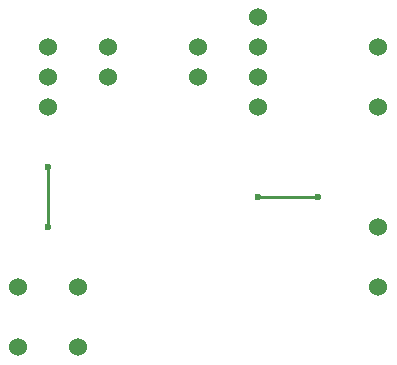
<source format=gbr>
G04 #@! TF.FileFunction,Copper,L2,Bot,Signal*
%FSLAX46Y46*%
G04 Gerber Fmt 4.6, Leading zero omitted, Abs format (unit mm)*
G04 Created by KiCad (PCBNEW 4.0.7) date 10/02/18 19:48:28*
%MOMM*%
%LPD*%
G01*
G04 APERTURE LIST*
%ADD10C,0.100000*%
%ADD11C,1.524000*%
%ADD12C,0.600000*%
%ADD13C,0.250000*%
G04 APERTURE END LIST*
D10*
D11*
X166370000Y-85090000D03*
X166370000Y-87630000D03*
X166370000Y-82550000D03*
X166370000Y-80010000D03*
X176530000Y-87630000D03*
X176530000Y-82550000D03*
X176530000Y-102870000D03*
X176530000Y-97790000D03*
X148590000Y-82550000D03*
X148590000Y-85090000D03*
X148590000Y-87630000D03*
X161290000Y-82550000D03*
X153670000Y-82550000D03*
X161290000Y-85090000D03*
X153670000Y-85090000D03*
X146050000Y-107950000D03*
X151130000Y-102870000D03*
X151130000Y-107950000D03*
X146050000Y-102870000D03*
D12*
X148590000Y-97790000D03*
X148590000Y-92710000D03*
X171450000Y-95250000D03*
X166370000Y-95250000D03*
D13*
X148590000Y-92710000D02*
X148590000Y-97790000D01*
X166370000Y-95250000D02*
X171450000Y-95250000D01*
M02*

</source>
